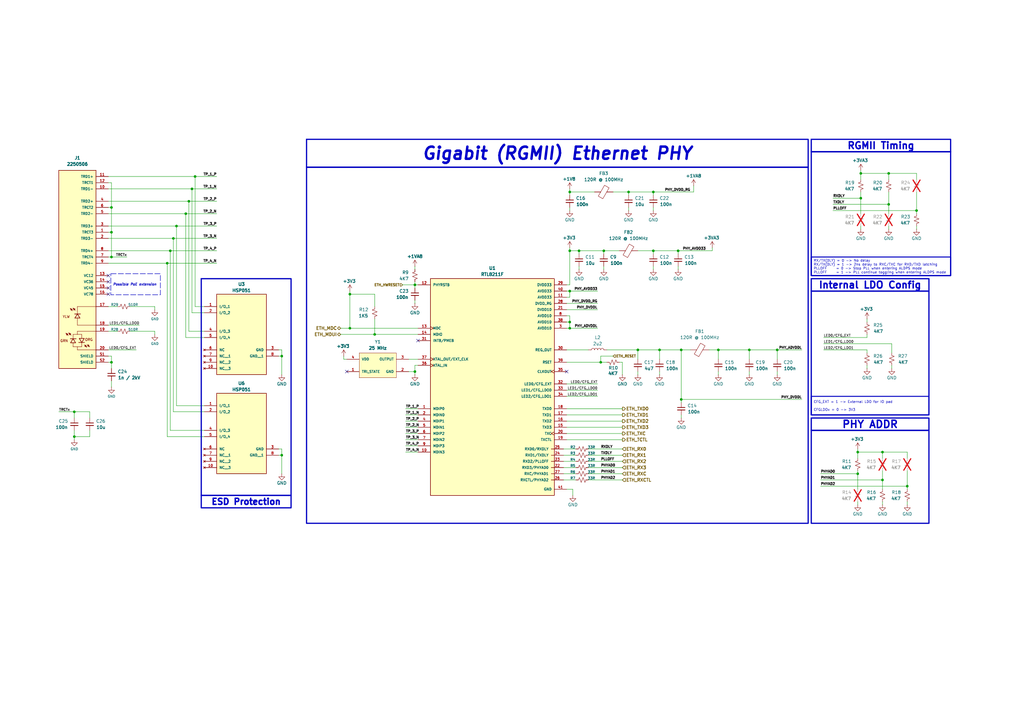
<source format=kicad_sch>
(kicad_sch (version 20231120) (generator "eeschema") (generator_version "8.0")
  (paper "A3")
  (title_block (title "Curiosity Board") (date "2025-01-01") (rev "v1.0") (comment 3 "Power over Ethernet (PoE)") (comment 4 "Gigabit Ethernet PHY") (comment 5 "PoE"))
  (junction (at 143.51 120.65))
  (junction (at 30.48 179.07))
  (junction (at 76.2 87.63))
  (junction (at 270.51 143.51))
  (junction (at 45.72 85.09))
  (junction (at 233.68 102.87))
  (junction (at 45.72 105.41))
  (junction (at 69.85 102.87))
  (junction (at 143.51 134.62))
  (junction (at 247.65 102.87))
  (junction (at 361.95 185.42))
  (junction (at 278.13 102.87))
  (junction (at 71.12 97.79))
  (junction (at 115.57 186.69))
  (junction (at 372.11 199.39))
  (junction (at 353.06 81.28))
  (junction (at 115.57 146.05))
  (junction (at 170.18 116.84))
  (junction (at 353.06 71.12))
  (junction (at 233.68 134.62))
  (junction (at 233.68 78.74))
  (junction (at 80.01 72.39))
  (junction (at 72.39 92.71))
  (junction (at 351.79 185.42))
  (junction (at 318.77 143.51))
  (junction (at 233.68 132.08))
  (junction (at 30.48 168.91))
  (junction (at 233.68 119.38))
  (junction (at 45.72 148.59))
  (junction (at 257.81 78.74))
  (junction (at 375.92 86.36))
  (junction (at 45.72 95.25))
  (junction (at 261.62 143.51))
  (junction (at 153.67 137.16))
  (junction (at 77.47 82.55))
  (junction (at 307.34 143.51))
  (junction (at 68.58 107.95))
  (junction (at 237.49 102.87))
  (junction (at 267.97 78.74))
  (junction (at 279.4 163.83))
  (junction (at 279.4 143.51))
  (junction (at 364.49 71.12))
  (junction (at 351.79 194.31))
  (junction (at 294.64 143.51))
  (junction (at 267.97 102.87))
  (junction (at 170.18 152.4))
  (junction (at 361.95 196.85))
  (junction (at 246.38 148.59))
  (junction (at 78.74 77.47))
  (junction (at 364.49 83.82))
  (no_connect (at 232.41 152.4))
  (no_connect (at 44.45 115.57))
  (no_connect (at 44.45 118.11))
  (no_connect (at 171.45 139.7))
  (no_connect (at 44.45 113.03))
  (no_connect (at 44.45 120.65))
  (no_connect (at 142.24 152.4))
  (wire (pts (xy 267.97 78.74) (xy 267.97 80.01)))
  (wire (pts (xy 279.4 163.83) (xy 279.4 165.1)))
  (wire (pts (xy 45.72 105.41) (xy 44.45 105.41)))
  (wire (pts (xy 267.97 109.22) (xy 267.97 110.49)))
  (wire (pts (xy 36.83 179.07) (xy 36.83 176.53)))
  (wire (pts (xy 294.64 143.51) (xy 294.64 147.32)))
  (wire (pts (xy 115.57 146.05) (xy 115.57 143.51)))
  (wire (pts (xy 44.45 92.71) (xy 72.39 92.71)))
  (wire (pts (xy 171.45 149.86) (xy 170.18 149.86)))
  (wire (pts (xy 318.77 143.51) (xy 318.77 147.32)))
  (wire (pts (xy 307.34 143.51) (xy 318.77 143.51)))
  (wire (pts (xy 372.11 193.04) (xy 372.11 199.39)))
  (wire (pts (xy 365.76 140.97) (xy 365.76 144.78)))
  (wire (pts (xy 36.83 168.91) (xy 30.48 168.91)))
  (wire (pts (xy 36.83 171.45) (xy 36.83 168.91)))
  (wire (pts (xy 246.38 148.59) (xy 248.92 148.59)))
  (wire (pts (xy 261.62 152.4) (xy 261.62 153.67)))
  (wire (pts (xy 236.22 194.31) (xy 231.14 194.31)))
  (wire (pts (xy 83.82 135.89) (xy 77.47 135.89)))
  (wire (pts (xy 232.41 162.56) (xy 245.11 162.56)))
  (wire (pts (xy 45.72 148.59) (xy 45.72 151.13)))
  (wire (pts (xy 53.34 135.89) (xy 63.5 135.89)))
  (wire (pts (xy 232.41 160.02) (xy 245.11 160.02)))
  (wire (pts (xy 290.83 143.51) (xy 294.64 143.51)))
  (wire (pts (xy 170.18 116.84) (xy 171.45 116.84)))
  (wire (pts (xy 255.27 148.59) (xy 254 148.59)))
  (wire (pts (xy 279.4 143.51) (xy 279.4 163.83)))
  (wire (pts (xy 232.41 132.08) (xy 233.68 132.08)))
  (wire (pts (xy 236.22 191.77) (xy 231.14 191.77)))
  (wire (pts (xy 372.11 199.39) (xy 336.55 199.39)))
  (wire (pts (xy 140.97 147.32) (xy 142.24 147.32)))
  (wire (pts (xy 140.97 146.05) (xy 140.97 147.32)))
  (wire (pts (xy 166.37 185.42) (xy 171.45 185.42)))
  (wire (pts (xy 170.18 109.22) (xy 170.18 110.49)))
  (wire (pts (xy 233.68 132.08) (xy 233.68 129.54)))
  (wire (pts (xy 72.39 166.37) (xy 72.39 92.71)))
  (wire (pts (xy 63.5 137.16) (xy 63.5 135.89)))
  (wire (pts (xy 234.95 200.66) (xy 232.41 200.66)))
  (wire (pts (xy 294.64 152.4) (xy 294.64 153.67)))
  (wire (pts (xy 44.45 133.35) (xy 57.15 133.35)))
  (wire (pts (xy 45.72 156.21) (xy 45.72 158.75)))
  (wire (pts (xy 270.51 152.4) (xy 270.51 153.67)))
  (wire (pts (xy 364.49 92.71) (xy 364.49 93.98)))
  (wire (pts (xy 364.49 71.12) (xy 353.06 71.12)))
  (wire (pts (xy 166.37 177.8) (xy 171.45 177.8)))
  (wire (pts (xy 372.11 205.74) (xy 372.11 207.01)))
  (wire (pts (xy 267.97 78.74) (xy 284.48 78.74)))
  (wire (pts (xy 247.65 102.87) (xy 254 102.87)))
  (wire (pts (xy 257.81 78.74) (xy 267.97 78.74)))
  (wire (pts (xy 292.1 101.6) (xy 292.1 102.87)))
  (wire (pts (xy 355.6 144.78) (xy 355.6 143.51)))
  (wire (pts (xy 245.11 127) (xy 232.41 127)))
  (wire (pts (xy 375.92 78.74) (xy 375.92 86.36)))
  (wire (pts (xy 170.18 123.19) (xy 170.18 124.46)))
  (wire (pts (xy 63.5 127) (xy 63.5 125.73)))
  (wire (pts (xy 372.11 185.42) (xy 372.11 187.96)))
  (wire (pts (xy 44.45 82.55) (xy 77.47 82.55)))
  (wire (pts (xy 30.48 168.91) (xy 24.13 168.91)))
  (wire (pts (xy 278.13 102.87) (xy 267.97 102.87)))
  (wire (pts (xy 44.45 135.89) (xy 48.26 135.89)))
  (wire (pts (xy 30.48 171.45) (xy 30.48 168.91)))
  (wire (pts (xy 351.79 185.42) (xy 351.79 187.96)))
  (wire (pts (xy 44.45 74.93) (xy 45.72 74.93)))
  (wire (pts (xy 170.18 152.4) (xy 170.18 153.67)))
  (wire (pts (xy 318.77 152.4) (xy 318.77 153.67)))
  (wire (pts (xy 115.57 184.15) (xy 114.3 184.15)))
  (wire (pts (xy 236.22 196.85) (xy 231.14 196.85)))
  (wire (pts (xy 44.45 125.73) (xy 48.26 125.73)))
  (wire (pts (xy 171.45 137.16) (xy 153.67 137.16)))
  (wire (pts (xy 267.97 102.87) (xy 261.62 102.87)))
  (wire (pts (xy 44.45 95.25) (xy 45.72 95.25)))
  (wire (pts (xy 355.6 149.86) (xy 355.6 151.13)))
  (wire (pts (xy 83.82 138.43) (xy 76.2 138.43)))
  (wire (pts (xy 233.68 85.09) (xy 233.68 86.36)))
  (wire (pts (xy 233.68 102.87) (xy 237.49 102.87)))
  (wire (pts (xy 237.49 102.87) (xy 247.65 102.87)))
  (wire (pts (xy 78.74 77.47) (xy 88.9 77.47)))
  (wire (pts (xy 251.46 78.74) (xy 257.81 78.74)))
  (wire (pts (xy 153.67 120.65) (xy 153.67 125.73)))
  (wire (pts (xy 232.41 157.48) (xy 245.11 157.48)))
  (wire (pts (xy 336.55 194.31) (xy 351.79 194.31)))
  (wire (pts (xy 170.18 115.57) (xy 170.18 116.84)))
  (wire (pts (xy 355.6 138.43) (xy 355.6 137.16)))
  (wire (pts (xy 83.82 125.73) (xy 80.01 125.73)))
  (wire (pts (xy 372.11 199.39) (xy 372.11 200.66)))
  (wire (pts (xy 115.57 143.51) (xy 114.3 143.51)))
  (wire (pts (xy 270.51 143.51) (xy 279.4 143.51)))
  (wire (pts (xy 114.3 146.05) (xy 115.57 146.05)))
  (wire (pts (xy 71.12 97.79) (xy 88.9 97.79)))
  (wire (pts (xy 76.2 138.43) (xy 76.2 87.63)))
  (wire (pts (xy 166.37 180.34) (xy 171.45 180.34)))
  (wire (pts (xy 71.12 168.91) (xy 71.12 97.79)))
  (wire (pts (xy 361.95 205.74) (xy 361.95 207.01)))
  (wire (pts (xy 232.41 119.38) (xy 233.68 119.38)))
  (wire (pts (xy 170.18 118.11) (xy 170.18 116.84)))
  (wire (pts (xy 80.01 72.39) (xy 88.9 72.39)))
  (wire (pts (xy 232.41 124.46) (xy 245.11 124.46)))
  (wire (pts (xy 44.45 87.63) (xy 76.2 87.63)))
  (wire (pts (xy 44.45 97.79) (xy 71.12 97.79)))
  (wire (pts (xy 255.27 186.69) (xy 241.3 186.69)))
  (wire (pts (xy 255.27 184.15) (xy 241.3 184.15)))
  (wire (pts (xy 167.64 147.32) (xy 171.45 147.32)))
  (wire (pts (xy 255.27 175.26) (xy 232.41 175.26)))
  (wire (pts (xy 361.95 196.85) (xy 361.95 200.66)))
  (wire (pts (xy 233.68 134.62) (xy 245.11 134.62)))
  (wire (pts (xy 246.38 146.05) (xy 251.46 146.05)))
  (wire (pts (xy 115.57 186.69) (xy 115.57 184.15)))
  (wire (pts (xy 232.41 148.59) (xy 246.38 148.59)))
  (wire (pts (xy 153.67 137.16) (xy 153.67 130.81)))
  (wire (pts (xy 83.82 166.37) (xy 72.39 166.37)))
  (wire (pts (xy 69.85 176.53) (xy 69.85 102.87)))
  (wire (pts (xy 255.27 189.23) (xy 241.3 189.23)))
  (wire (pts (xy 353.06 92.71) (xy 353.06 93.98)))
  (wire (pts (xy 165.1 116.84) (xy 170.18 116.84)))
  (wire (pts (xy 30.48 176.53) (xy 30.48 179.07)))
  (wire (pts (xy 351.79 184.15) (xy 351.79 185.42)))
  (wire (pts (xy 284.48 78.74) (xy 284.48 76.2)))
  (wire (pts (xy 375.92 87.63) (xy 375.92 86.36)))
  (wire (pts (xy 353.06 78.74) (xy 353.06 81.28)))
  (wire (pts (xy 255.27 177.8) (xy 232.41 177.8)))
  (wire (pts (xy 237.49 109.22) (xy 237.49 110.49)))
  (wire (pts (xy 278.13 109.22) (xy 278.13 110.49)))
  (wire (pts (xy 115.57 194.31) (xy 115.57 186.69)))
  (wire (pts (xy 232.41 143.51) (xy 241.3 143.51)))
  (wire (pts (xy 233.68 116.84) (xy 232.41 116.84)))
  (wire (pts (xy 233.68 134.62) (xy 233.68 132.08)))
  (wire (pts (xy 143.51 120.65) (xy 143.51 134.62)))
  (wire (pts (xy 279.4 170.18) (xy 279.4 171.45)))
  (wire (pts (xy 143.51 120.65) (xy 153.67 120.65)))
  (wire (pts (xy 353.06 81.28) (xy 341.63 81.28)))
  (wire (pts (xy 267.97 85.09) (xy 267.97 86.36)))
  (wire (pts (xy 143.51 134.62) (xy 171.45 134.62)))
  (wire (pts (xy 351.79 193.04) (xy 351.79 194.31)))
  (wire (pts (xy 72.39 92.71) (xy 88.9 92.71)))
  (wire (pts (xy 45.72 85.09) (xy 45.72 95.25)))
  (wire (pts (xy 257.81 78.74) (xy 257.81 80.01)))
  (wire (pts (xy 77.47 135.89) (xy 77.47 82.55)))
  (wire (pts (xy 355.6 130.81) (xy 355.6 132.08)))
  (wire (pts (xy 261.62 143.51) (xy 261.62 147.32)))
  (wire (pts (xy 351.79 185.42) (xy 361.95 185.42)))
  (wire (pts (xy 246.38 146.05) (xy 246.38 148.59)))
  (wire (pts (xy 83.82 128.27) (xy 78.74 128.27)))
  (wire (pts (xy 166.37 175.26) (xy 171.45 175.26)))
  (wire (pts (xy 337.82 138.43) (xy 355.6 138.43)))
  (wire (pts (xy 30.48 179.07) (xy 30.48 180.34)))
  (wire (pts (xy 307.34 147.32) (xy 307.34 143.51)))
  (wire (pts (xy 83.82 168.91) (xy 71.12 168.91)))
  (wire (pts (xy 337.82 140.97) (xy 365.76 140.97)))
  (wire (pts (xy 78.74 128.27) (xy 78.74 77.47)))
  (wire (pts (xy 279.4 163.83) (xy 328.93 163.83)))
  (wire (pts (xy 372.11 185.42) (xy 361.95 185.42)))
  (wire (pts (xy 68.58 107.95) (xy 88.9 107.95)))
  (wire (pts (xy 255.27 180.34) (xy 232.41 180.34)))
  (wire (pts (xy 247.65 109.22) (xy 247.65 110.49)))
  (wire (pts (xy 248.92 143.51) (xy 261.62 143.51)))
  (wire (pts (xy 270.51 147.32) (xy 270.51 143.51)))
  (wire (pts (xy 167.64 152.4) (xy 170.18 152.4)))
  (wire (pts (xy 68.58 179.07) (xy 68.58 107.95)))
  (wire (pts (xy 45.72 105.41) (xy 52.07 105.41)))
  (wire (pts (xy 361.95 193.04) (xy 361.95 196.85)))
  (wire (pts (xy 80.01 125.73) (xy 80.01 72.39)))
  (wire (pts (xy 351.79 205.74) (xy 351.79 207.01)))
  (wire (pts (xy 255.27 148.59) (xy 255.27 153.67)))
  (wire (pts (xy 232.41 121.92) (xy 233.68 121.92)))
  (wire (pts (xy 143.51 119.38) (xy 143.51 120.65)))
  (wire (pts (xy 233.68 78.74) (xy 233.68 80.01)))
  (wire (pts (xy 166.37 182.88) (xy 171.45 182.88)))
  (wire (pts (xy 375.92 71.12) (xy 364.49 71.12)))
  (wire (pts (xy 83.82 179.07) (xy 68.58 179.07)))
  (wire (pts (xy 257.81 85.09) (xy 257.81 86.36)))
  (wire (pts (xy 30.48 179.07) (xy 36.83 179.07)))
  (wire (pts (xy 307.34 152.4) (xy 307.34 153.67)))
  (wire (pts (xy 267.97 102.87) (xy 267.97 104.14)))
  (wire (pts (xy 353.06 81.28) (xy 353.06 87.63)))
  (wire (pts (xy 232.41 129.54) (xy 233.68 129.54)))
  (wire (pts (xy 261.62 143.51) (xy 270.51 143.51)))
  (wire (pts (xy 44.45 107.95) (xy 68.58 107.95)))
  (wire (pts (xy 294.64 143.51) (xy 307.34 143.51)))
  (wire (pts (xy 45.72 95.25) (xy 45.72 105.41)))
  (wire (pts (xy 255.27 170.18) (xy 232.41 170.18)))
  (wire (pts (xy 234.95 203.2) (xy 234.95 200.66)))
  (wire (pts (xy 44.45 77.47) (xy 78.74 77.47)))
  (wire (pts (xy 279.4 143.51) (xy 283.21 143.51)))
  (wire (pts (xy 255.27 194.31) (xy 241.3 194.31)))
  (wire (pts (xy 351.79 194.31) (xy 351.79 200.66)))
  (wire (pts (xy 77.47 82.55) (xy 88.9 82.55)))
  (wire (pts (xy 233.68 121.92) (xy 233.68 119.38)))
  (wire (pts (xy 336.55 196.85) (xy 361.95 196.85)))
  (wire (pts (xy 45.72 146.05) (xy 44.45 146.05)))
  (wire (pts (xy 236.22 184.15) (xy 231.14 184.15)))
  (wire (pts (xy 375.92 73.66) (xy 375.92 71.12)))
  (wire (pts (xy 44.45 102.87) (xy 69.85 102.87)))
  (wire (pts (xy 166.37 172.72) (xy 171.45 172.72)))
  (wire (pts (xy 139.7 134.62) (xy 143.51 134.62)))
  (wire (pts (xy 114.3 186.69) (xy 115.57 186.69)))
  (wire (pts (xy 278.13 104.14) (xy 278.13 102.87)))
  (wire (pts (xy 115.57 153.67) (xy 115.57 146.05)))
  (wire (pts (xy 375.92 92.71) (xy 375.92 93.98)))
  (wire (pts (xy 233.68 102.87) (xy 233.68 101.6)))
  (wire (pts (xy 278.13 102.87) (xy 292.1 102.87)))
  (wire (pts (xy 353.06 69.85) (xy 353.06 71.12)))
  (wire (pts (xy 233.68 78.74) (xy 233.68 77.47)))
  (wire (pts (xy 355.6 143.51) (xy 337.82 143.51)))
  (wire (pts (xy 45.72 148.59) (xy 44.45 148.59)))
  (wire (pts (xy 247.65 104.14) (xy 247.65 102.87)))
  (wire (pts (xy 139.7 137.16) (xy 153.67 137.16)))
  (wire (pts (xy 375.92 86.36) (xy 341.63 86.36)))
  (wire (pts (xy 236.22 189.23) (xy 231.14 189.23)))
  (wire (pts (xy 237.49 104.14) (xy 237.49 102.87)))
  (wire (pts (xy 233.68 116.84) (xy 233.68 102.87)))
  (wire (pts (xy 44.45 85.09) (xy 45.72 85.09)))
  (wire (pts (xy 76.2 87.63) (xy 88.9 87.63)))
  (wire (pts (xy 364.49 78.74) (xy 364.49 83.82)))
  (wire (pts (xy 255.27 167.64) (xy 232.41 167.64)))
  (wire (pts (xy 255.27 196.85) (xy 241.3 196.85)))
  (wire (pts (xy 243.84 78.74) (xy 233.68 78.74)))
  (wire (pts (xy 318.77 143.51) (xy 328.93 143.51)))
  (wire (pts (xy 170.18 149.86) (xy 170.18 152.4)))
  (wire (pts (xy 55.88 143.51) (xy 44.45 143.51)))
  (wire (pts (xy 232.41 134.62) (xy 233.68 134.62)))
  (wire (pts (xy 83.82 176.53) (xy 69.85 176.53)))
  (wire (pts (xy 69.85 102.87) (xy 88.9 102.87)))
  (wire (pts (xy 364.49 83.82) (xy 341.63 83.82)))
  (wire (pts (xy 353.06 71.12) (xy 353.06 73.66)))
  (wire (pts (xy 236.22 186.69) (xy 231.14 186.69)))
  (wire (pts (xy 364.49 73.66) (xy 364.49 71.12)))
  (wire (pts (xy 45.72 74.93) (xy 45.72 85.09)))
  (wire (pts (xy 233.68 119.38) (xy 245.11 119.38)))
  (wire (pts (xy 365.76 149.86) (xy 365.76 151.13)))
  (wire (pts (xy 63.5 125.73) (xy 53.34 125.73)))
  (wire (pts (xy 361.95 185.42) (xy 361.95 187.96)))
  (wire (pts (xy 255.27 191.77) (xy 241.3 191.77)))
  (wire (pts (xy 45.72 146.05) (xy 45.72 148.59)))
  (wire (pts (xy 166.37 167.64) (xy 171.45 167.64)))
  (wire (pts (xy 255.27 172.72) (xy 232.41 172.72)))
  (wire (pts (xy 44.45 72.39) (xy 80.01 72.39)))
  (wire (pts (xy 166.37 170.18) (xy 171.45 170.18)))
  (wire (pts (xy 364.49 83.82) (xy 364.49 87.63)))
  (rectangle (start 332.74 176.53) (end 381 214.63) (stroke (width 0.5)))
  (rectangle (start 125.73 68.58) (end 331.47 214.63) (stroke (width 0.5)))
  (rectangle (start 332.74 119.38) (end 381 170.18) (stroke (width 0.5)))
  (rectangle (start 82.55 114.3) (end 119.38 203.2) (stroke (width 0.5)))
  (rectangle (start 332.74 62.23) (end 389.89 113.03) (stroke (width 0.5)))
  (text_box "RGMII Timing" (at 332.74 57.15 0) (size 57.15 5.08) (stroke (width 0.5)) (effects (font (size 2.8 2.8) (thickness 0.6) (bold yes))))
  (text_box "CFG_EXT = 1 -> External LDO for IO pad\n\nCFGLDOx = 0 -> 3V3" (at 332.74 162.56 0) (size 48.26 7.62) (stroke (width 0.4)) (effects (font (size 1 1) (thickness 0.125)) (justify left)))
  (text_box "Possible PoE extension" (at 45.466 112.268 0) (size 20.32 8.636) (stroke (width 0.2) (type dash)) (effects (font (size 1 1) (thickness 0.2) (bold yes) (italic yes)) (justify left)))
  (text_box "PHY ADDR" (at 332.74 171.45 0) (size 48.26 5.08) (stroke (width 0.5)) (effects (font (size 3 3) (thickness 0.6) (bold yes))))
  (text_box "ESD Protection" (at 82.55 203.2 0) (size 36.83 5.08) (stroke (width 0.5)) (effects (font (size 2.5 2.5) (thickness 0.6) (bold yes))))
  (text_box "Gigabit (RGMII) Ethernet PHY" (at 125.73 57.15 0) (size 205.74 11.43) (stroke (width 0.5)) (effects (font (size 5 5) (thickness 1) (bold yes) (italic yes))))
  (text_box "Internal LDO Config" (at 332.74 114.3 0) (size 48.26 5.08) (stroke (width 0.5)) (effects (font (size 2.8 2.8) (thickness 0.6) (bold yes))))
  (text_box "RX/TX(DLY) = 0 -> No delay\nRX/TX(DLY) = 1 -> 2ns delay to RXC/TXC for RXD/TXD latching\nPLLOFF     = 0 -> Stop PLL when entering ALDPS mode\nPLLOFF     = 1 -> PLL continue toggling when entering ALDPS mode" (at 332.74 105.41 0) (size 57.15 7.62) (stroke (width 0.4)) (effects (font (size 1 1) (thickness 0.125)) (justify left)))
  (label "PLLOFF" (at 341.63 86.36 0) (effects (font (size 1 1) (thickness 0.254) (bold yes))))
  (label "PHY_ADVDDL" (at 245.11 134.62 180) (effects (font (size 1 1) (thickness 0.254) (bold yes))))
  (label "PHY_DVDDL" (at 328.93 163.83 180) (effects (font (size 1 1) (thickness 0.254) (bold yes))))
  (label "TXDLY" (at 341.63 83.82 0) (effects (font (size 1 1) (thickness 0.254) (bold yes))))
  (label "PHY_AVDD33" (at 289.56 102.87 180) (effects (font (size 1 1) (thickness 0.254) (bold yes))))
  (label "LED1{slash}CFG_LDO0" (at 337.82 140.97 0) (effects (font (size 1 1))))
  (label "PLLOFF" (at 246.38 189.23 0) (effects (font (size 1 1) (thickness 0.254) (bold yes))))
  (label "TP_4_N" (at 88.9 107.95 180) (effects (font (size 1 1) (thickness 0.254) (bold yes))))
  (label "TP_3_P" (at 88.9 92.71 180) (effects (font (size 1 1) (thickness 0.254) (bold yes))))
  (label "TP_3_N" (at 166.37 180.34 0) (effects (font (size 1 1) (thickness 0.254) (bold yes))))
  (label "PHY_ADVDDL" (at 328.93 143.51 180) (effects (font (size 1 1) (thickness 0.254) (bold yes))))
  (label "TP_1_P" (at 88.9 72.39 180) (effects (font (size 1 1) (thickness 0.254) (bold yes))))
  (label "TP_3_P" (at 166.37 177.8 0) (effects (font (size 1 1) (thickness 0.254) (bold yes))))
  (label "PHYAD1" (at 336.55 196.85 0) (effects (font (size 1 1) (thickness 0.254) (bold yes))))
  (label "TP_4_P" (at 166.37 182.88 0) (effects (font (size 1 1) (thickness 0.254) (bold yes))))
  (label "LED1{slash}CFG_LDO0" (at 245.11 160.02 180) (effects (font (size 1 1))))
  (label "TP_1_N" (at 166.37 170.18 0) (effects (font (size 1 1) (thickness 0.254) (bold yes))))
  (label "PHYAD0" (at 246.38 191.77 0) (effects (font (size 1 1) (thickness 0.254) (bold yes))))
  (label "TP_1_P" (at 166.37 167.64 0) (effects (font (size 1 1) (thickness 0.254) (bold yes))))
  (label "PHY_DVDD_RG" (at 283.21 78.74 180) (effects (font (size 1 1) (thickness 0.254) (bold yes))))
  (label "RXDLY" (at 341.63 81.28 0) (effects (font (size 1 1) (thickness 0.254) (bold yes))))
  (label "TP_1_N" (at 88.9 77.47 180) (effects (font (size 1 1) (thickness 0.254) (bold yes))))
  (label "TP_2_N" (at 88.9 87.63 180) (effects (font (size 1 1) (thickness 0.254) (bold yes))))
  (label "TRCTx" (at 52.07 105.41 180) (effects (font (size 1 1) (thickness 0.2) (bold yes))))
  (label "LED0{slash}CFG_EXT" (at 245.11 157.48 180) (effects (font (size 1 1))))
  (label "LED0{slash}CFG_EXT" (at 337.82 138.43 0) (effects (font (size 1 1))))
  (label "PHYAD2" (at 246.38 196.85 0) (effects (font (size 1 1) (thickness 0.254) (bold yes))))
  (label "TP_4_N" (at 166.37 185.42 0) (effects (font (size 1 1) (thickness 0.254) (bold yes))))
  (label "TP_3_N" (at 88.9 97.79 180) (effects (font (size 1 1) (thickness 0.254) (bold yes))))
  (label "LED0{slash}CFG_EXT" (at 55.88 143.51 180) (effects (font (size 1 1))))
  (label "TP_4_P" (at 88.9 102.87 180) (effects (font (size 1 1) (thickness 0.254) (bold yes))))
  (label "TP_2_P" (at 166.37 172.72 0) (effects (font (size 1 1) (thickness 0.254) (bold yes))))
  (label "PHYAD1" (at 246.38 194.31 0) (effects (font (size 1 1) (thickness 0.254) (bold yes))))
  (label "PHYAD0" (at 336.55 194.31 0) (effects (font (size 1 1) (thickness 0.254) (bold yes))))
  (label "PHY_AVDD33" (at 245.11 119.38 180) (effects (font (size 1 1) (thickness 0.254) (bold yes))))
  (label "PHYAD2" (at 336.55 199.39 0) (effects (font (size 1 1) (thickness 0.254) (bold yes))))
  (label "PHY_DVDDL" (at 245.11 127 180) (effects (font (size 1 1) (thickness 0.254) (bold yes))))
  (label "LED2{slash}CFG_LDO1" (at 337.82 143.51 0) (effects (font (size 1 1))))
  (label "LED2{slash}CFG_LDO1" (at 245.11 162.56 180) (effects (font (size 1 1))))
  (label "TP_2_N" (at 166.37 175.26 0) (effects (font (size 1 1) (thickness 0.254) (bold yes))))
  (label "RXDLY" (at 246.38 184.15 0) (effects (font (size 1 1) (thickness 0.254) (bold yes))))
  (label "TXDLY" (at 246.38 186.69 0) (effects (font (size 1 1) (thickness 0.254) (bold yes))))
  (label "TRCTx" (at 24.13 168.91 0) (effects (font (size 1 1) (thickness 0.2) (bold yes))))
  (label "TP_2_P" (at 88.9 82.55 180) (effects (font (size 1 1) (thickness 0.254) (bold yes))))
  (label "LED1{slash}CFG_LDO0" (at 57.15 133.35 180) (effects (font (size 1 1))))
  (label "PHY_DVDD_RG" (at 245.11 124.46 180) (effects (font (size 1 1) (thickness 0.254) (bold yes))))
  (hierarchical_label "ETH_RX3" (shape input) (at 255.27 191.77 0) (effects (font (thickness 0.254) (bold yes))))
  (hierarchical_label "ETH_TCTL" (shape output) (at 255.27 180.34 0) (effects (font (thickness 0.254) (bold yes))))
  (hierarchical_label "ETH_MDUI" (shape bidirectional) (at 139.7 137.16 180) (effects (font (thickness 0.254) (bold yes))))
  (hierarchical_label "ETH_RX1" (shape input) (at 255.27 186.69 0) (effects (font (thickness 0.254) (bold yes))))
  (hierarchical_label "ETH_TXD0" (shape output) (at 255.27 167.64 0) (effects (font (thickness 0.254) (bold yes))))
  (hierarchical_label "ETH_RESET" (shape input) (at 251.46 146.05 0) (effects (font (size 1 1) (thickness 0.254) (bold yes))))
  (hierarchical_label "ETH_TXD3" (shape output) (at 255.27 175.26 0) (effects (font (thickness 0.254) (bold yes))))
  (hierarchical_label "ETH_TXD1" (shape output) (at 255.27 170.18 0) (effects (font (thickness 0.254) (bold yes))))
  (hierarchical_label "ETH_RXC" (shape input) (at 255.27 194.31 0) (effects (font (thickness 0.254) (bold yes))))
  (hierarchical_label "ETH_RXCTL" (shape input) (at 255.27 196.85 0) (effects (font (thickness 0.254) (bold yes))))
  (hierarchical_label "ETH_RX0" (shape input) (at 255.27 184.15 0) (effects (font (thickness 0.254) (bold yes))))
  (hierarchical_label "ETH_MDC" (shape bidirectional) (at 139.7 134.62 180) (effects (font (thickness 0.254) (bold yes))))
  (hierarchical_label "ETH_RX2" (shape input) (at 255.27 189.23 0) (effects (font (thickness 0.254) (bold yes))))
  (hierarchical_label "ETH_TXC" (shape output) (at 255.27 177.8 0) (effects (font (thickness 0.254) (bold yes))))
  (hierarchical_label "ETH_HWRESET" (shape input) (at 165.1 116.84 180) (effects (font (size 1 1) (thickness 0.254) (bold yes))))
  (hierarchical_label "ETH_TXD2" (shape output) (at 255.27 172.72 0) (effects (font (thickness 0.254) (bold yes))))
  (symbol (lib_id "Device:R_Small_US") (at 375.92 76.2 0) (mirror y) (unit 1) (in_bom no) (dnp yes)
    (property "Reference" "R24" (at 373.38 74.9299 0) (effects (justify left)))
    (property "Value" "4K7" (at 373.38 77.4699 0) (effects (font (thickness 0.254) (bold yes)) (justify left)))
    (property "Footprint" "Resistor_SMD:R_0201_0603Metric" (effects (hide yes)))
    (property "Datasheet" "https://www.yageo.com/upload/media/product/products/datasheet/rchip/PYu-RC_Group_51_RoHS_L_12.pdf" (effects (hide yes)))
    (property "Description" "4.7 kOhms ±1% 0.05W, 1/20W Chip Resistor 0201 (0603 Metric) Moisture Resistant Thick Film" (effects (hide yes)))
    (property "Digikey stock" "2,144,660 - 30/12/2024" (effects (hide yes)))
    (property "MPN" "RC0201FR-074K7L" (effects (hide yes)))
  )
  (symbol (lib_id "Device:R_Small_US") (at 355.6 134.62 0) (unit 1)
    (property "Reference" "R25" (at 358.14 133.3499 0) (effects (justify left)))
    (property "Value" "4K7" (at 358.14 135.8899 0) (effects (font (thickness 0.254) (bold yes)) (justify left)))
    (property "Footprint" "Resistor_SMD:R_0201_0603Metric" (effects (hide yes)))
    (property "Datasheet" "https://www.yageo.com/upload/media/product/products/datasheet/rchip/PYu-RC_Group_51_RoHS_L_12.pdf" (effects (hide yes)))
    (property "Description" "4.7 kOhms ±1% 0.05W, 1/20W Chip Resistor 0201 (0603 Metric) Moisture Resistant Thick Film" (effects (hide yes)))
    (property "Digikey stock" "2,144,660 - 30/12/2024" (effects (hide yes)))
    (property "MPN" "RC0201FR-074K7L" (effects (hide yes)))
  )
  (symbol (lib_id "power:GND") (at 307.34 153.67 0) (unit 1)
    (property "Reference" "#PWR016" (effects (hide yes)))
    (property "Value" "GND" (at 307.34 157.48 0))
    (property "Description" "Power symbol creates a global label with name \"GND\" , ground" (effects (hide yes)))
  )
  (symbol (lib_id "power:+3V3") (at 140.97 146.05 0) (unit 1)
    (property "Reference" "#PWR022" (effects (hide yes)))
    (property "Value" "+3V3" (at 140.716 141.986 0) (effects (font (thickness 0.254) (bold yes))))
    (property "Description" "Power symbol creates a global label with name \"+3V3\"" (effects (hide yes)))
  )
  (symbol (lib_id "Device:R_Small_US") (at 372.11 203.2 0) (mirror y) (unit 1)
    (property "Reference" "R18" (at 369.57 201.9299 0) (effects (justify left)))
    (property "Value" "4K7" (at 369.57 204.4699 0) (effects (font (thickness 0.254) (bold yes)) (justify left)))
    (property "Footprint" "Resistor_SMD:R_0201_0603Metric" (effects (hide yes)))
    (property "Datasheet" "https://www.yageo.com/upload/media/product/products/datasheet/rchip/PYu-RC_Group_51_RoHS_L_12.pdf" (effects (hide yes)))
    (property "Description" "4.7 kOhms ±1% 0.05W, 1/20W Chip Resistor 0201 (0603 Metric) Moisture Resistant Thick Film" (effects (hide yes)))
    (property "Digikey stock" "2,144,660 - 30/12/2024" (effects (hide yes)))
    (property "MPN" "RC0201FR-074K7L" (effects (hide yes)))
  )
  (symbol (lib_id "power:GND") (at 353.06 93.98 0) (unit 1)
    (property "Reference" "#PWR034" (effects (hide yes)))
    (property "Value" "GND" (at 353.06 97.79 0))
    (property "Description" "Power symbol creates a global label with name \"GND\" , ground" (effects (hide yes)))
  )
  (symbol (lib_id "Device:R_Small_US") (at 361.95 190.5 0) (mirror y) (unit 1) (in_bom no) (dnp yes)
    (property "Reference" "R15" (at 359.41 189.2299 0) (effects (justify left)))
    (property "Value" "4K7" (at 359.41 191.7699 0) (effects (font (thickness 0.254) (bold yes)) (justify left)))
    (property "Footprint" "Resistor_SMD:R_0201_0603Metric" (effects (hide yes)))
    (property "Datasheet" "https://www.yageo.com/upload/media/product/products/datasheet/rchip/PYu-RC_Group_51_RoHS_L_12.pdf" (effects (hide yes)))
    (property "Description" "4.7 kOhms ±1% 0.05W, 1/20W Chip Resistor 0201 (0603 Metric) Moisture Resistant Thick Film" (effects (hide yes)))
    (property "Digikey stock" "2,144,660 - 30/12/2024" (effects (hide yes)))
    (property "MPN" "RC0201FR-074K7L" (effects (hide yes)))
  )
  (symbol (lib_id "Device:C_Small") (at 237.49 106.68 0) (unit 1)
    (property "Reference" "C11" (at 240.03 105.4162 0) (effects (justify left)))
    (property "Value" "10u" (at 240.03 107.9562 0) (effects (font (thickness 0.254) (bold yes)) (justify left)))
    (property "Footprint" "Capacitor_SMD:C_0603_1608Metric" (effects (hide yes)))
    (property "Datasheet" "https://mm.digikey.com/Volume0/opasdata/d220001/medias/docus/609/CL10A106MQ8NNNC_Spec.pdf" (effects (hide yes)))
    (property "Description" "10 µF ±20% 6.3V Ceramic Capacitor X5R 0603 (1608 Metric)" (effects (hide yes)))
    (property "Digikey stock" "997,067 - 29/12/2024" (effects (hide yes)))
    (property "MPN" "CL10A106MQ8NNNC" (effects (hide yes)))
  )
  (symbol (lib_id "Device:C_Small") (at 318.77 149.86 0) (unit 1)
    (property "Reference" "C20" (at 321.31 148.5962 0) (effects (justify left)))
    (property "Value" "100n" (at 321.31 151.1362 0) (effects (font (thickness 0.254) (bold yes)) (justify left)))
    (property "Footprint" "Capacitor_SMD:C_0201_0603Metric" (effects (hide yes)))
    (property "Datasheet" "https://mm.digikey.com/Volume0/opasdata/d220001/medias/docus/41/CL03A104KQ3NNNC_SS.pdf" (effects (hide yes)))
    (property "Description" "0.1 µF ±10% 6.3V Ceramic Capacitor X5R 0201 (0603 Metric)" (effects (hide yes)))
    (property "Digikey stock" "12,879,676 - 29/12/2024" (effects (hide yes)))
    (property "MPN" "CL03A104KQ3NNNC" (effects (hide yes)))
  )
  (symbol (lib_id "power:GND") (at 278.13 110.49 0) (unit 1)
    (property "Reference" "#PWR08" (effects (hide yes)))
    (property "Value" "GND" (at 278.13 114.3 0))
    (property "Description" "Power symbol creates a global label with name \"GND\" , ground" (effects (hide yes)))
  )
  (symbol (lib_id "Device:R_Small_US") (at 375.92 90.17 0) (mirror y) (unit 1)
    (property "Reference" "R23" (at 373.38 88.8999 0) (effects (justify left)))
    (property "Value" "4K7" (at 373.38 91.4399 0) (effects (font (thickness 0.254) (bold yes)) (justify left)))
    (property "Footprint" "Resistor_SMD:R_0201_0603Metric" (effects (hide yes)))
    (property "Datasheet" "https://www.yageo.com/upload/media/product/products/datasheet/rchip/PYu-RC_Group_51_RoHS_L_12.pdf" (effects (hide yes)))
    (property "Description" "4.7 kOhms ±1% 0.05W, 1/20W Chip Resistor 0201 (0603 Metric) Moisture Resistant Thick Film" (effects (hide yes)))
    (property "Digikey stock" "2,144,660 - 30/12/2024" (effects (hide yes)))
    (property "MPN" "RC0201FR-074K7L" (effects (hide yes)))
  )
  (symbol (lib_id "power:GND") (at 170.18 153.67 0) (unit 1)
    (property "Reference" "#PWR021" (effects (hide yes)))
    (property "Value" "GND" (at 170.18 157.48 0))
    (property "Description" "Power symbol creates a global label with name \"GND\" , ground" (effects (hide yes)))
  )
  (symbol (lib_id "Device:R_Small_US") (at 365.76 147.32 0) (unit 1)
    (property "Reference" "R27" (at 368.3 146.0499 0) (effects (justify left)))
    (property "Value" "4K7" (at 368.3 148.5899 0) (effects (font (thickness 0.254) (bold yes)) (justify left)))
    (property "Footprint" "Resistor_SMD:R_0201_0603Metric" (effects (hide yes)))
    (property "Datasheet" "https://www.yageo.com/upload/media/product/products/datasheet/rchip/PYu-RC_Group_51_RoHS_L_12.pdf" (effects (hide yes)))
    (property "Description" "4.7 kOhms ±1% 0.05W, 1/20W Chip Resistor 0201 (0603 Metric) Moisture Resistant Thick Film" (effects (hide yes)))
    (property "Digikey stock" "2,144,660 - 30/12/2024" (effects (hide yes)))
    (property "MPN" "RC0201FR-074K7L" (effects (hide yes)))
  )
  (symbol (lib_id "power:+3V3") (at 351.79 184.15 0) (unit 1)
    (property "Reference" "#PWR028" (effects (hide yes)))
    (property "Value" "+3V3" (at 351.536 180.086 0) (effects (font (thickness 0.254) (bold yes))))
    (property "Description" "Power symbol creates a global label with name \"+3V3\"" (effects (hide yes)))
  )
  (symbol (lib_id "Device:C_Small") (at 170.18 120.65 0) (mirror y) (unit 1)
    (property "Reference" "C23" (at 167.64 119.3862 0) (effects (justify left)))
    (property "Value" "100n" (at 167.64 121.9262 0) (effects (font (thickness 0.254) (bold yes)) (justify left)))
    (property "Footprint" "Capacitor_SMD:C_0201_0603Metric" (effects (hide yes)))
    (property "Datasheet" "https://mm.digikey.com/Volume0/opasdata/d220001/medias/docus/41/CL03A104KQ3NNNC_SS.pdf" (effects (hide yes)))
    (property "Description" "0.1 µF ±10% 6.3V Ceramic Capacitor X5R 0201 (0603 Metric)" (effects (hide yes)))
    (property "Digikey stock" "12,879,676 - 29/12/2024" (effects (hide yes)))
    (property "MPN" "CL03A104KQ3NNNC" (effects (hide yes)))
  )
  (symbol (lib_id "Device:C_Small") (at 278.13 106.68 0) (unit 1)
    (property "Reference" "C13" (at 280.67 105.4162 0) (effects (justify left)))
    (property "Value" "100n" (at 280.67 107.9562 0) (effects (font (thickness 0.254) (bold yes)) (justify left)))
    (property "Footprint" "Capacitor_SMD:C_0201_0603Metric" (effects (hide yes)))
    (property "Datasheet" "https://mm.digikey.com/Volume0/opasdata/d220001/medias/docus/41/CL03A104KQ3NNNC_SS.pdf" (effects (hide yes)))
    (property "Description" "0.1 µF ±10% 6.3V Ceramic Capacitor X5R 0201 (0603 Metric)" (effects (hide yes)))
    (property "Digikey stock" "12,879,676 - 29/12/2024" (effects (hide yes)))
    (property "MPN" "CL03A104KQ3NNNC" (effects (hide yes)))
  )
  (symbol (lib_id "Device:C_Small") (at 45.72 153.67 0) (unit 1)
    (property "Reference" "C24" (at 48.26 152.4062 0) (effects (justify left)))
    (property "Value" "1n / 2kV" (at 48.26 154.9462 0) (effects (font (thickness 0.254) (bold yes)) (justify left)))
    (property "Footprint" "Capacitor_SMD:C_1206_3216Metric" (effects (hide yes)))
    (property "Datasheet" "https://search.kemet.com/download/datasheet/C1206C102KGRAC7800" (effects (hide yes)))
    (property "Description" "1000 pF ±10% 2000V (2kV) Ceramic Capacitor X7R 1206 (3216 Metric)" (effects (hide yes)))
    (property "Digikey stock" "601,446 - 30/12/2024" (effects (hide yes)))
    (property "MPN" "C1206C102KGRACTU" (effects (hide yes)))
  )
  (symbol (lib_id "power:+3.3VA") (at 284.48 76.2 0) (unit 1)
    (property "Reference" "#PWR023" (effects (hide yes)))
    (property "Value" "+1VA8" (at 284.48 72.136 0) (effects (font (thickness 0.254) (bold yes))))
    (property "Description" "Power symbol creates a global label with name \"+3.3VA\"" (effects (hide yes)))
  )
  (symbol (lib_id "Device:R_Small_US") (at 238.76 194.31 90) (unit 1)
    (property "Reference" "R6" (at 234.95 193.548 90) (effects (font (size 1 1))))
    (property "Value" "33R" (at 242.57 193.548 90) (effects (font (size 1 1))))
    (property "Footprint" "Resistor_SMD:R_0201_0603Metric" (effects (hide yes)))
    (property "Datasheet" "https://www.yageo.com/upload/media/product/products/datasheet/rchip/PYu-RC_Group_51_RoHS_L_12.pdf" (effects (hide yes)))
    (property "Description" "33 Ohms ±1% 0.05W, 1/20W Chip Resistor 0201 (0603 Metric) Moisture Resistant Thick Film" (effects (hide yes)))
    (property "Digikey stock" "1,264,796 - 30/12/2024" (effects (hide yes)))
    (property "MPN" "RC0201FR-0733RL" (effects (hide yes)))
  )
  (symbol (lib_id "Device:R_Small_US") (at 153.67 128.27 0) (mirror y) (unit 1)
    (property "Reference" "R12" (at 151.13 126.9999 0) (effects (justify left)))
    (property "Value" "1K5" (at 151.13 129.5399 0) (effects (font (thickness 0.254) (bold yes)) (justify left)))
    (property "Footprint" "Resistor_SMD:R_0201_0603Metric" (effects (hide yes)))
    (property "Datasheet" "https://www.yageo.com/upload/media/product/products/datasheet/rchip/PYu-RC_Group_51_RoHS_L_12.pdf" (effects (hide yes)))
    (property "Description" "1.5 kOhms ±1% 0.05W, 1/20W Chip Resistor 0201 (0603 Metric) Moisture Resistant Thick Film" (effects (hide yes)))
    (property "Digikey stock" "240,660 - 30/12/2024" (effects (hide yes)))
    (property "MPN" "RC0201FR-071K5L" (effects (hide yes)))
  )
  (symbol (lib_id "Device:C_Small") (at 257.81 82.55 0) (unit 1)
    (property "Reference" "C21" (at 260.35 81.2862 0) (effects (justify left)))
    (property "Value" "10u" (at 260.35 83.8262 0) (effects (font (thickness 0.254) (bold yes)) (justify left)))
    (property "Footprint" "Capacitor_SMD:C_0603_1608Metric" (effects (hide yes)))
    (property "Datasheet" "https://mm.digikey.com/Volume0/opasdata/d220001/medias/docus/609/CL10A106MQ8NNNC_Spec.pdf" (effects (hide yes)))
    (property "Description" "10 µF ±20% 6.3V Ceramic Capacitor X5R 0603 (1608 Metric)" (effects (hide yes)))
    (property "Digikey stock" "997,067 - 29/12/2024" (effects (hide yes)))
    (property "MPN" "CL10A106MQ8NNNC" (effects (hide yes)))
  )
  (symbol (lib_id "Device:R_Small_US") (at 50.8 125.73 90) (unit 1)
    (property "Reference" "R29" (at 46.99 124.968 90) (effects (font (size 1 1))))
    (property "Value" "510R" (at 54.61 124.968 90) (effects (font (size 1 1))))
    (property "Footprint" "Resistor_SMD:R_0201_0603Metric" (effects (hide yes)))
    (property "Datasheet" "https://www.yageo.com/upload/media/product/products/datasheet/rchip/PYu-RC_Group_51_RoHS_L_12.pdf" (effects (hide yes)))
    (property "Description" "510 Ohms ±5% 0.05W, 1/20W Chip Resistor 0201 (0603 Metric) Moisture Resistant Thick Film" (effects (hide yes)))
    (property "Digikey stock" "109,855 - 30/12/2024" (effects (hide yes)))
    (property "MPN" "RC0201JR-07510RL" (effects (hide yes)))
  )
  (symbol (lib_id "Device:R_Small_US") (at 238.76 189.23 90) (unit 1)
    (property "Reference" "R4" (at 234.95 188.468 90) (effects (font (size 1 1))))
    (property "Value" "33R" (at 242.57 188.468 90) (effects (font (size 1 1))))
    (property "Footprint" "Resistor_SMD:R_0201_0603Metric" (effects (hide yes)))
    (property "Datasheet" "https://www.yageo.com/upload/media/product/products/datasheet/rchip/PYu-RC_Group_51_RoHS_L_12.pdf" (effects (hide yes)))
    (property "Description" "33 Ohms ±1% 0.05W, 1/20W Chip Resistor 0201 (0603 Metric) Moisture Resistant Thick Film" (effects (hide yes)))
    (property "Digikey stock" "1,264,796 - 30/12/2024" (effects (hide yes)))
    (property "MPN" "RC0201FR-0733RL" (effects (hide yes)))
  )
  (symbol (lib_id "Device:C_Small") (at 233.68 82.55 0) (unit 1)
    (property "Reference" "C16" (at 236.22 81.2862 0) (effects (justify left)))
    (property "Value" "100n" (at 236.22 83.8262 0) (effects (font (thickness 0.254) (bold yes)) (justify left)))
    (property "Footprint" "Capacitor_SMD:C_0201_0603Metric" (effects (hide yes)))
    (property "Datasheet" "https://mm.digikey.com/Volume0/opasdata/d220001/medias/docus/41/CL03A104KQ3NNNC_SS.pdf" (effects (hide yes)))
    (property "Description" "0.1 µF ±10% 6.3V Ceramic Capacitor X5R 0201 (0603 Metric)" (effects (hide yes)))
    (property "Digikey stock" "12,879,676 - 29/12/2024" (effects (hide yes)))
    (property "MPN" "CL03A104KQ3NNNC" (effects (hide yes)))
  )
  (symbol (lib_id "power:+3.3VA") (at 170.18 109.22 0) (unit 1)
    (property "Reference" "#PWR026" (effects (hide yes)))
    (property "Value" "+1VA8" (at 170.18 105.156 0) (effects (font (thickness 0.254) (bold yes))))
    (property "Description" "Power symbol creates a global label with name \"+3.3VA\"" (effects (hide yes)))
  )
  (symbol (lib_id "CBSymLib:ECS-2520MV-250-CN-TR") (at 154.94 146.05 0) (unit 1)
    (property "Reference" "Y1" (at 154.94 140.208 0))
    (property "Value" "25 MHz" (at 154.94 142.748 0) (effects (font (thickness 0.254) (bold yes))))
    (property "Footprint" "CBFtLib:OSC_ECS-2520S25-250-FN-TR" (effects (hide yes)))
    (property "Datasheet" "https://ecsxtal.com/store/pdf/ECS-2520MV.pdf" (effects (hide yes)))
    (property "Description" "25 MHz XO (Standard) HCMOS Oscillator 1.6V ~ 3.6V Enable/Disable 4-SMD, No Lead" (effects (hide yes)))
    (property "Digikey stock" "68,875 - 30/12/2024" (effects (hide yes)))
    (property "MPN" "ECS-2520MV-250-CN-TR" (effects (hide yes)))
  )
  (symbol (lib_id "power:GND") (at 63.5 137.16 0) (unit 1)
    (property "Reference" "#PWR041" (effects (hide yes)))
    (property "Value" "GND" (at 63.5 140.97 0) (effects (font (size 1 1))))
    (property "Description" "Power symbol creates a global label with name \"GND\" , ground" (effects (hide yes)))
  )
  (symbol (lib_id "Device:C_Small") (at 270.51 149.86 0) (unit 1)
    (property "Reference" "C18" (at 273.05 148.5962 0) (effects (justify left)))
    (property "Value" "100n" (at 273.05 151.1362 0) (effects (font (thickness 0.254) (bold yes)) (justify left)))
    (property "Footprint" "Capacitor_SMD:C_0201_0603Metric" (effects (hide yes)))
    (property "Datasheet" "https://mm.digikey.com/Volume0/opasdata/d220001/medias/docus/41/CL03A104KQ3NNNC_SS.pdf" (effects (hide yes)))
    (property "Description" "0.1 µF ±10% 6.3V Ceramic Capacitor X5R 0201 (0603 Metric)" (effects (hide yes)))
    (property "Digikey stock" "12,879,676 - 29/12/2024" (effects (hide yes)))
    (property "MPN" "CL03A104KQ3NNNC" (effects (hide yes)))
  )
  (symbol (lib_id "power:GND") (at 270.51 153.67 0) (unit 1)
    (property "Reference" "#PWR015" (effects (hide yes)))
    (property "Value" "GND" (at 270.51 157.48 0))
    (property "Description" "Power symbol creates a global label with name \"GND\" , ground" (effects (hide yes)))
  )
  (symbol (lib_id "power:GND") (at 233.68 86.36 0) (unit 1)
    (property "Reference" "#PWR013" (effects (hide yes)))
    (property "Value" "GND" (at 233.68 90.17 0))
    (property "Description" "Power symbol creates a global label with name \"GND\" , ground" (effects (hide yes)))
  )
  (symbol (lib_id "Device:C_Small") (at 267.97 106.68 0) (unit 1)
    (property "Reference" "C12" (at 270.51 105.4162 0) (effects (justify left)))
    (property "Value" "100n" (at 270.51 107.9562 0) (effects (font (thickness 0.254) (bold yes)) (justify left)))
    (property "Footprint" "Capacitor_SMD:C_0201_0603Metric" (effects (hide yes)))
    (property "Datasheet" "https://mm.digikey.com/Volume0/opasdata/d220001/medias/docus/41/CL03A104KQ3NNNC_SS.pdf" (effects (hide yes)))
    (property "Description" "0.1 µF ±10% 6.3V Ceramic Capacitor X5R 0201 (0603 Metric)" (effects (hide yes)))
    (property "Digikey stock" "12,879,676 - 29/12/2024" (effects (hide yes)))
    (property "MPN" "CL03A104KQ3NNNC" (effects (hide yes)))
  )
  (symbol (lib_id "Device:FerriteBead") (at 287.02 143.51 90) (unit 1)
    (property "Reference" "FB1" (at 286.9692 135.89 90))
    (property "Value" "120R @ 100MHz" (at 286.9692 138.43 90))
    (property "Footprint" "Inductor_SMD:L_0603_1608Metric" (effects (hide yes)))
    (property "Datasheet" "https://www.murata.com/products/productdata/8796738650142/ENFA0003.pdf" (effects (hide yes)))
    (property "Description" "120 Ohms @ 100 MHz 1 Power Line Ferrite Bead 0603 (1608 Metric) 3A 30mOhm" (effects (hide yes)))
    (property "Digikey stock" "1,443,606 - 30/12/2024" (effects (hide yes)))
    (property "MPN" "BLM18KG121TN1D" (effects (hide yes)))
  )
  (symbol (lib_id "Device:C_Small") (at 294.64 149.86 0) (unit 1)
    (property "Reference" "C15" (at 297.18 148.5962 0) (effects (justify left)))
    (property "Value" "100n" (at 297.18 151.1362 0) (effects (font (thickness 0.254) (bold yes)) (justify left)))
    (property "Footprint" "Capacitor_SMD:C_0201_0603Metric" (effects (hide yes)))
    (property "Datasheet" "https://mm.digikey.com/Volume0/opasdata/d220001/medias/docus/41/CL03A104KQ3NNNC_SS.pdf" (effects (hide yes)))
    (property "Description" "0.1 µF ±10% 6.3V Ceramic Capacitor X5R 0201 (0603 Metric)" (effects (hide yes)))
    (property "Digikey stock" "12,879,676 - 29/12/2024" (effects (hide yes)))
    (property "MPN" "CL03A104KQ3NNNC" (effects (hide yes)))
  )
  (symbol (lib_id "power:GND") (at 255.27 153.67 0) (unit 1)
    (property "Reference" "#PWR025" (effects (hide yes)))
    (property "Value" "GND" (at 255.27 157.48 0))
    (property "Description" "Power symbol creates a global label with name \"GND\" , ground" (effects (hide yes)))
  )
  (symbol (lib_id "power:+3V3") (at 233.68 77.47 0) (unit 1)
    (property "Reference" "#PWR09" (effects (hide yes)))
    (property "Value" "+1V8" (at 233.426 73.406 0) (effects (font (thickness 0.254) (bold yes))))
    (property "Description" "Power symbol creates a global label with name \"+3V3\"" (effects (hide yes)))
  )
  (symbol (lib_id "Device:R_Small_US") (at 238.76 186.69 90) (unit 1)
    (property "Reference" "R3" (at 234.95 185.928 90) (effects (font (size 1 1))))
    (property "Value" "33R" (at 242.57 185.928 90) (effects (font (size 1 1))))
    (property "Footprint" "Resistor_SMD:R_0201_0603Metric" (effects (hide yes)))
    (property "Datasheet" "https://www.yageo.com/upload/media/product/products/datasheet/rchip/PYu-RC_Group_51_RoHS_L_12.pdf" (effects (hide yes)))
    (property "Description" "33 Ohms ±1% 0.05W, 1/20W Chip Resistor 0201 (0603 Metric) Moisture Resistant Thick Film" (effects (hide yes)))
    (property "Digikey stock" "1,264,796 - 30/12/2024" (effects (hide yes)))
    (property "MPN" "RC0201FR-0733RL" (effects (hide yes)))
  )
  (symbol (lib_id "power:GND") (at 375.92 93.98 0) (unit 1)
    (property "Reference" "#PWR036" (effects (hide yes)))
    (property "Value" "GND" (at 375.92 97.79 0))
    (property "Description" "Power symbol creates a global label with name \"GND\" , ground" (effects (hide yes)))
  )
  (symbol (lib_id "power:GND") (at 267.97 86.36 0) (unit 1)
    (property "Reference" "#PWR019" (effects (hide yes)))
    (property "Value" "GND" (at 267.97 90.17 0))
    (property "Description" "Power symbol creates a global label with name \"GND\" , ground" (effects (hide yes)))
  )
  (symbol (lib_id "power:GND") (at 237.49 110.49 0) (unit 1)
    (property "Reference" "#PWR010" (effects (hide yes)))
    (property "Value" "GND" (at 237.49 114.3 0))
    (property "Description" "Power symbol creates a global label with name \"GND\" , ground" (effects (hide yes)))
  )
  (symbol (lib_id "Device:C_Small") (at 247.65 106.68 0) (unit 1)
    (property "Reference" "C9" (at 250.19 105.4162 0) (effects (justify left)))
    (property "Value" "100n" (at 250.19 107.9562 0) (effects (font (thickness 0.254) (bold yes)) (justify left)))
    (property "Footprint" "Capacitor_SMD:C_0201_0603Metric" (effects (hide yes)))
    (property "Datasheet" "https://mm.digikey.com/Volume0/opasdata/d220001/medias/docus/41/CL03A104KQ3NNNC_SS.pdf" (effects (hide yes)))
    (property "Description" "0.1 µF ±10% 6.3V Ceramic Capacitor X5R 0201 (0603 Metric)" (effects (hide yes)))
    (property "Digikey stock" "12,879,676 - 29/12/2024" (effects (hide yes)))
    (property "MPN" "CL03A104KQ3NNNC" (effects (hide yes)))
  )
  (symbol (lib_id "Device:R_Small_US") (at 170.18 113.03 0) (mirror y) (unit 1)
    (property "Reference" "R9" (at 167.64 111.7599 0) (effects (justify left)))
    (property "Value" "4K7" (at 167.64 114.2999 0) (effects (justify left)))
    (property "Footprint" "Resistor_SMD:R_0201_0603Metric" (effects (hide yes)))
    (property "Datasheet" "https://www.yageo.com/upload/media/product/products/datasheet/rchip/PYu-RC_Group_51_RoHS_L_12.pdf" (effects (hide yes)))
    (property "Description" "4.7 kOhms ±1% 0.05W, 1/20W Chip Resistor 0201 (0603 Metric) Moisture Resistant Thick Film" (effects (hide yes)))
    (property "Digikey stock" "2,144,660 - 30/12/2024" (effects (hide yes)))
    (property "MPN" "RC0201FR-074K7L" (effects (hide yes)))
  )
  (symbol (lib_id "power:GND") (at 355.6 151.13 0) (unit 1)
    (property "Reference" "#PWR038" (effects (hide yes)))
    (property "Value" "GND" (at 355.6 154.94 0))
    (property "Description" "Power symbol creates a global label with name \"GND\" , ground" (effects (hide yes)))
  )
  (symbol (lib_id "power:GND") (at 170.18 124.46 0) (unit 1)
    (property "Reference" "#PWR024" (effects (hide yes)))
    (property "Value" "GND" (at 170.18 128.27 0))
    (property "Description" "Power symbol creates a global label with name \"GND\" , ground" (effects (hide yes)))
  )
  (symbol (lib_id "power:GND") (at 257.81 86.36 0) (unit 1)
    (property "Reference" "#PWR018" (effects (hide yes)))
    (property "Value" "GND" (at 257.81 90.17 0))
    (property "Description" "Power symbol creates a global label with name \"GND\" , ground" (effects (hide yes)))
  )
  (symbol (lib_id "power:GND") (at 115.57 194.31 0) (unit 1)
    (property "Reference" "#PWR05" (effects (hide yes)))
    (property "Value" "GND" (at 115.57 198.12 0))
    (property "Description" "Power symbol creates a global label with name \"GND\" , ground" (effects (hide yes)))
  )
  (symbol (lib_id "Device:R_Small_US") (at 251.46 148.59 90) (mirror x) (unit 1)
    (property "Reference" "R10" (at 253.492 150.876 90) (effects (justify left)))
    (property "Value" "4K7" (at 253.492 153.162 90) (effects (font (thickness 0.254) (bold yes)) (justify left)))
    (property "Footprint" "Resistor_SMD:R_0201_0603Metric" (effects (hide yes)))
    (property "Datasheet" "https://www.yageo.com/upload/media/product/products/datasheet/rchip/PYu-RC_Group_51_RoHS_L_12.pdf" (effects (hide yes)))
    (property "Description" "4.7 kOhms ±1% 0.05W, 1/20W Chip Resistor 0201 (0603 Metric) Moisture Resistant Thick Film" (effects (hide yes)))
    (property "Digikey stock" "2,144,660 - 30/12/2024" (effects (hide yes)))
    (property "MPN" "RC0201FR-074K7L" (effects (hide yes)))
  )
  (symbol (lib_id "Device:C_Small") (at 279.4 167.64 0) (unit 1)
    (property "Reference" "C14" (at 281.94 166.3762 0) (effects (justify left)))
    (property "Value" "100n" (at 281.94 168.9162 0) (effects (font (thickness 0.254) (bold yes)) (justify left)))
    (property "Footprint" "Capacitor_SMD:C_0201_0603Metric" (effects (hide yes)))
    (property "Datasheet" "https://mm.digikey.com/Volume0/opasdata/d220001/medias/docus/41/CL03A104KQ3NNNC_SS.pdf" (effects (hide yes)))
    (property "Description" "0.1 µF ±10% 6.3V Ceramic Capacitor X5R 0201 (0603 Metric)" (effects (hide yes)))
    (property "Digikey stock" "12,879,676 - 29/12/2024" (effects (hide yes)))
    (property "MPN" "CL03A104KQ3NNNC" (effects (hide yes)))
  )
  (symbol (lib_id "CBSymLib:HSP051-4M10") (at 99.06 173.99 0) (unit 1)
    (property "Reference" "U6" (at 99.06 157.226 0) (effects (font (thickness 0.254) (bold yes))))
    (property "Value" "HSP051" (at 99.06 159.766 0) (effects (font (thickness 0.254) (bold yes))))
    (property "Footprint" "CBFtLib:IC_HSP051-4M10" (effects (hide yes)))
    (property "Datasheet" "https://www.st.com/content/ccc/resource/technical/document/datasheet/44/a6/63/a5/b3/ae/4e/01/DM00089476.pdf/files/DM00089476.pdf/jcr:content/translations/en.DM00089476.pdf" (effects (hide yes)))
    (property "Description" "10V Clamp 1A (8/20µs) Ipp Tvs Diode Surface Mount 10-UQFN (2.5x1)" (effects (hide yes)))
    (property "Digikey stock" "88,831 - 30/12/2024" (effects (hide yes)))
    (property "MPN" "HSP051-4M10" (effects (hide yes)))
  )
  (symbol (lib_id "Device:R_Small_US") (at 353.06 90.17 0) (mirror y) (unit 1) (in_bom no) (dnp yes)
    (property "Reference" "R21" (at 350.52 88.8999 0) (effects (justify left)))
    (property "Value" "4K7" (at 350.52 91.4399 0) (effects (font (thickness 0.254) (bold yes)) (justify left)))
    (property "Footprint" "Resistor_SMD:R_0201_0603Metric" (effects (hide yes)))
    (property "Datasheet" "https://www.yageo.com/upload/media/product/products/datasheet/rchip/PYu-RC_Group_51_RoHS_L_12.pdf" (effects (hide yes)))
    (property "Description" "4.7 kOhms ±1% 0.05W, 1/20W Chip Resistor 0201 (0603 Metric) Moisture Resistant Thick Film" (effects (hide yes)))
    (property "Digikey stock" "2,144,660 - 30/12/2024" (effects (hide yes)))
    (property "MPN" "RC0201FR-074K7L" (effects (hide yes)))
  )
  (symbol (lib_id "CBSymLib:HSP051-4M10") (at 99.06 133.35 0) (unit 1)
    (property "Reference" "U3" (at 99.06 116.586 0) (effects (font (thickness 0.254) (bold yes))))
    (property "Value" "HSP051" (at 99.06 119.126 0) (effects (font (thickness 0.254) (bold yes))))
    (property "Footprint" "CBFtLib:IC_HSP051-4M10" (effects (hide yes)))
    (property "Datasheet" "https://www.st.com/content/ccc/resource/technical/document/datasheet/44/a6/63/a5/b3/ae/4e/01/DM00089476.pdf/files/DM00089476.pdf/jcr:content/translations/en.DM00089476.pdf" (effects (hide yes)))
    (property "Description" "10V Clamp 1A (8/20µs) Ipp Tvs Diode Surface Mount 10-UQFN (2.5x1)" (effects (hide yes)))
    (property "Digikey stock" "88,831 - 30/12/2024" (effects (hide yes)))
    (property "MPN" "HSP051-4M10" (effects (hide yes)))
  )
  (symbol (lib_id "power:GND") (at 261.62 153.67 0) (unit 1)
    (property "Reference" "#PWR014" (effects (hide yes)))
    (property "Value" "GND" (at 261.62 157.48 0))
    (property "Description" "Power symbol creates a global label with name \"GND\" , ground" (effects (hide yes)))
  )
  (symbol (lib_id "Device:R_Small_US") (at 238.76 191.77 90) (unit 1)
    (property "Reference" "R5" (at 234.95 191.008 90) (effects (font (size 1 1))))
    (property "Value" "33R" (at 242.57 191.008 90) (effects (font (size 1 1))))
    (property "Footprint" "Resistor_SMD:R_0201_0603Metric" (effects (hide yes)))
    (property "Datasheet" "https://www.yageo.com/upload/media/product/products/datasheet/rchip/PYu-RC_Group_51_RoHS_L_12.pdf" (effects (hide yes)))
    (property "Description" "33 Ohms ±1% 0.05W, 1/20W Chip Resistor 0201 (0603 Metric) Moisture Resistant Thick Film" (effects (hide yes)))
    (property "Digikey stock" "1,264,796 - 30/12/2024" (effects (hide yes)))
    (property "MPN" "RC0201FR-0733RL" (effects (hide yes)))
  )
  (symbol (lib_id "power:GND") (at 234.95 203.2 0) (unit 1)
    (property "Reference" "#PWR020" (effects (hide yes)))
    (property "Value" "GND" (at 234.95 207.01 0))
    (property "Description" "Power symbol creates a global label with name \"GND\" , ground" (effects (hide yes)))
  )
  (symbol (lib_id "power:GND") (at 63.5 127 0) (unit 1)
    (property "Reference" "#PWR040" (effects (hide yes)))
    (property "Value" "GND" (at 63.5 130.81 0) (effects (font (size 1 1))))
    (property "Description" "Power symbol creates a global label with name \"GND\" , ground" (effects (hide yes)))
  )
  (symbol (lib_id "Device:R_Small_US") (at 238.76 184.15 90) (unit 1)
    (property "Reference" "R2" (at 234.95 183.388 90) (effects (font (size 1 1))))
    (property "Value" "33R" (at 242.57 183.388 90) (effects (font (size 1 1))))
    (property "Footprint" "Resistor_SMD:R_0201_0603Metric" (effects (hide yes)))
    (property "Datasheet" "https://www.yageo.com/upload/media/product/products/datasheet/rchip/PYu-RC_Group_51_RoHS_L_12.pdf" (effects (hide yes)))
    (property "Description" "33 Ohms ±1% 0.05W, 1/20W Chip Resistor 0201 (0603 Metric) Moisture Resistant Thick Film" (effects (hide yes)))
    (property "Digikey stock" "1,264,796 - 30/12/2024" (effects (hide yes)))
    (property "MPN" "RC0201FR-0733RL" (effects (hide yes)))
  )
  (symbol (lib_id "Device:R_Small_US") (at 351.79 190.5 0) (mirror y) (unit 1)
    (property "Reference" "R11" (at 349.25 189.2299 0) (effects (justify left)))
    (property "Value" "4K7" (at 349.25 191.7699 0) (effects (font (thickness 0.254) (bold yes)) (justify left)))
    (property "Footprint" "Resistor_SMD:R_0201_0603Metric" (effects (hide yes)))
    (property "Datasheet" "https://www.yageo.com/upload/media/product/products/datasheet/rchip/PYu-RC_Group_51_RoHS_L_12.pdf" (effects (hide yes)))
    (property "Description" "4.7 kOhms ±1% 0.05W, 1/20W Chip Resistor 0201 (0603 Metric) Moisture Resistant Thick Film" (effects (hide yes)))
    (property "Digikey stock" "2,144,660 - 30/12/2024" (effects (hide yes)))
    (property "MPN" "RC0201FR-074K7L" (effects (hide yes)))
  )
  (symbol (lib_id "Device:C_Small") (at 267.97 82.55 0) (unit 1)
    (property "Reference" "C22" (at 270.51 81.2862 0) (effects (justify left)))
    (property "Value" "100n" (at 270.51 83.8262 0) (effects (font (thickness 0.254) (bold yes)) (justify left)))
    (property "Footprint" "Capacitor_SMD:C_0201_0603Metric" (effects (hide yes)))
    (property "Datasheet" "https://mm.digikey.com/Volume0/opasdata/d220001/medias/docus/41/CL03A104KQ3NNNC_SS.pdf" (effects (hide yes)))
    (property "Description" "0.1 µF ±10% 6.3V Ceramic Capacitor X5R 0201 (0603 Metric)" (effects (hide yes)))
    (property "Digikey stock" "12,879,676 - 29/12/2024" (effects (hide yes)))
    (property "MPN" "CL03A104KQ3NNNC" (effects (hide yes)))
  )
  (symbol (lib_id "power:GND") (at 318.77 153.67 0) (unit 1)
    (property "Reference" "#PWR017" (effects (hide yes)))
    (property "Value" "GND" (at 318.77 157.48 0))
    (property "Description" "Power symbol creates a global label with name \"GND\" , ground" (effects (hide yes)))
  )
  (symbol (lib_id "power:GND") (at 294.64 153.67 0) (unit 1)
    (property "Reference" "#PWR012" (effects (hide yes)))
    (property "Value" "GND" (at 294.64 157.48 0))
    (property "Description" "Power symbol creates a global label with name \"GND\" , ground" (effects (hide yes)))
  )
  (symbol (lib_id "power:GND") (at 279.4 171.45 0) (unit 1)
    (property "Reference" "#PWR011" (effects (hide yes)))
    (property "Value" "GND" (at 279.4 175.26 0))
    (property "Description" "Power symbol creates a global label with name \"GND\" , ground" (effects (hide yes)))
  )
  (symbol (lib_id "Device:FerriteBead") (at 247.65 78.74 90) (unit 1)
    (property "Reference" "FB3" (at 247.5992 71.12 90))
    (property "Value" "120R @ 100MHz" (at 247.5992 73.66 90))
    (property "Footprint" "Inductor_SMD:L_0603_1608Metric" (effects (hide yes)))
    (property "Datasheet" "https://www.murata.com/products/productdata/8796738650142/ENFA0003.pdf" (effects (hide yes)))
    (property "Description" "120 Ohms @ 100 MHz 1 Power Line Ferrite Bead 0603 (1608 Metric) 3A 30mOhm" (effects (hide yes)))
    (property "Digikey stock" "1,443,606 - 30/12/2024" (effects (hide yes)))
    (property "MPN" "BLM18KG121TN1D" (effects (hide yes)))
  )
  (symbol (lib_id "power:+3V3") (at 292.1 101.6 0) (unit 1)
    (property "Reference" "#PWR032" (effects (hide yes)))
    (property "Value" "+3VA3" (at 291.846 97.536 0) (effects (font (thickness 0.254) (bold yes))))
    (property "Description" "Power symbol creates a global label with name \"+3V3\"" (effects (hide yes)))
  )
  (symbol (lib_id "Device:C_Small") (at 30.48 173.99 0) (mirror y) (unit 1)
    (property "Reference" "C25" (at 27.94 172.7262 0) (effects (justify left)))
    (property "Value" "100n" (at 27.94 175.2662 0) (effects (font (thickness 0.254) (bold yes)) (justify left)))
    (property "Footprint" "Capacitor_SMD:C_0201_0603Metric" (effects (hide yes)))
    (property "Datasheet" "https://mm.digikey.com/Volume0/opasdata/d220001/medias/docus/41/CL03A104KQ3NNNC_SS.pdf" (effects (hide yes)))
    (property "Description" "0.1 µF ±10% 6.3V Ceramic Capacitor X5R 0201 (0603 Metric)" (effects (hide yes)))
    (property "Digikey stock" "12,879,676 - 29/12/2024" (effects (hide yes)))
    (property "MPN" "CL03A104KQ3NNNC" (effects (hide yes)))
  )
  (symbol (lib_id "Device:C_Small") (at 261.62 149.86 0) (unit 1)
    (property "Reference" "C17" (at 264.16 148.5962 0) (effects (justify left)))
    (property "Value" "4u7" (at 264.16 151.1363 0) (effects (font (thickness 0.254) (bold yes)) (justify left)))
    (property "Footprint" "Capacitor_SMD:C_0402_1005Metric" (effects (hide yes)))
    (property "Datasheet" "https://search.murata.co.jp/Ceramy/image/img/A01X/G101/ENG/GRM155R60J475ME47-01.pdf" (effects (hide yes)))
    (property "Description" "4.7 µF ±20% 6.3V Ceramic Capacitor X5R 0402 (1005 Metric)" (effects (hide yes)))
    (property "Digikey stock" "3,703,971 - 30/12/2024" (effects (hide yes)))
    (property "MPN" "GRM155R60J475ME47D" (effects (hide yes)))
  )
  (symbol (lib_id "Device:R_Small_US") (at 353.06 76.2 0) (mirror y) (unit 1)
    (property "Reference" "R19" (at 350.52 74.9299 0) (effects (justify left)))
    (property "Value" "4K7" (at 350.52 77.4699 0) (effects (font (thickness 0.254) (bold yes)) (justify left)))
    (property "Footprint" "Resistor_SMD:R_0201_0603Metric" (effects (hide yes)))
    (property "Datasheet" "https://www.yageo.com/upload/media/product/products/datasheet/rchip/PYu-RC_Group_51_RoHS_L_12.pdf" (effects (hide yes)))
    (property "Description" "4.7 kOhms ±1% 0.05W, 1/20W Chip Resistor 0201 (0603 Metric) Moisture Resistant Thick Film" (effects (hide yes)))
    (property "Digikey stock" "2,144,660 - 30/12/2024" (effects (hide yes)))
    (property "MPN" "RC0201FR-074K7L" (effects (hide yes)))
  )
  (symbol (lib_id "Device:R_Small_US") (at 372.11 190.5 0) (mirror y) (unit 1) (in_bom no) (dnp yes)
    (property "Reference" "R17" (at 369.57 189.2299 0) (effects (justify left)))
    (property "Value" "4K7" (at 369.57 191.7699 0) (effects (font (thickness 0.254) (bold yes)) (justify left)))
    (property "Footprint" "Resistor_SMD:R_0201_0603Metric" (effects (hide yes)))
    (property "Datasheet" "https://www.yageo.com/upload/media/product/products/datasheet/rchip/PYu-RC_Group_51_RoHS_L_12.pdf" (effects (hide yes)))
    (property "Description" "4.7 kOhms ±1% 0.05W, 1/20W Chip Resistor 0201 (0603 Metric) Moisture Resistant Thick Film" (effects (hide yes)))
    (property "Digikey stock" "2,144,660 - 30/12/2024" (effects (hide yes)))
    (property "MPN" "RC0201FR-074K7L" (effects (hide yes)))
  )
  (symbol (lib_id "Device:C_Small") (at 36.83 173.99 0) (unit 1)
    (property "Reference" "C26" (at 39.37 172.7262 0) (effects (justify left)))
    (property "Value" "10u" (at 39.37 175.2662 0) (effects (font (thickness 0.254) (bold yes)) (justify left)))
    (property "Footprint" "Capacitor_SMD:C_0603_1608Metric" (effects (hide yes)))
    (property "Datasheet" "https://mm.digikey.com/Volume0/opasdata/d220001/medias/docus/609/CL10A106MQ8NNNC_Spec.pdf" (effects (hide yes)))
    (property "Description" "10 µF ±20% 6.3V Ceramic Capacitor X5R 0603 (1608 Metric)" (effects (hide yes)))
    (property "Digikey stock" "997,067 - 29/12/2024" (effects (hide yes)))
    (property "MPN" "CL10A106MQ8NNNC" (effects (hide yes)))
  )
  (symbol (lib_id "power:+3V3") (at 353.06 69.85 0) (unit 1)
    (property "Reference" "#PWR033" (effects (hide yes)))
    (property "Value" "+3VA3" (at 352.806 65.786 0) (effects (font (thickness 0.254) (bold yes))))
    (property "Description" "Power symbol creates a global label with name \"+3V3\"" (effects (hide yes)))
  )
  (symbol (lib_id "Device:R_Small_US") (at 364.49 90.17 0) (mirror y) (unit 1) (in_bom no) (dnp yes)
    (property "Reference" "R22" (at 361.95 88.8999 0) (effects (justify left)))
    (property "Value" "4K7" (at 361.95 91.4399 0) (effects (font (thickness 0.254) (bold yes)) (justify left)))
    (property "Footprint" "Resistor_SMD:R_0201_0603Metric" (effects (hide yes)))
    (property "Datasheet" "https://www.yageo.com/upload/media/product/products/datasheet/rchip/PYu-RC_Group_51_RoHS_L_12.pdf" (effects (hide yes)))
    (property "Description" "4.7 kOhms ±1% 0.05W, 1/20W Chip Resistor 0201 (0603 Metric) Moisture Resistant Thick Film" (effects (hide yes)))
    (property "Digikey stock" "2,144,660 - 30/12/2024" (effects (hide yes)))
    (property "MPN" "RC0201FR-074K7L" (effects (hide yes)))
  )
  (symbol (lib_id "power:GND") (at 351.79 207.01 0) (unit 1)
    (property "Reference" "#PWR029" (effects (hide yes)))
    (property "Value" "GND" (at 351.79 210.82 0))
    (property "Description" "Power symbol creates a global label with name \"GND\" , ground" (effects (hide yes)))
  )
  (symbol (lib_id "CBSymLib:2250506-1") (at 31.75 110.49 0) (mirror y) (unit 1)
    (property "Reference" "J1" (at 31.75 64.77 0) (effects (font (thickness 0.254) (bold yes))))
    (property "Value" "2250506" (at 31.75 67.31 0) (effects (font (thickness 0.254) (bold yes))))
    (property "Footprint" "CBFtLib:BEL_2250506-1" (effects (hide yes)))
    (property "Datasheet" "https://www.belfuse.com/resources/brochures/magneticsolutions/br-mag-1g_2gbase-t-100w-poe-icms.pdf" (effects (hide yes)))
    (property "Description" "1 Port RJ45Through Hole 1G Base-T, AutoMDIX, Power over Ethernet (PoE)" (effects (hide yes)))
    (property "Digikey stock" "1,012 - 28/12/2024" (effects (hide yes)))
    (property "MPN" "2250506-1" (effects (hide yes)))
  )
  (symbol (lib_id "Device:R_Small_US") (at 364.49 76.2 0) (mirror y) (unit 1)
    (property "Reference" "R20" (at 361.95 74.9299 0) (effects (justify left)))
    (property "Value" "4K7" (at 361.95 77.4699 0) (effects (font (thickness 0.254) (bold yes)) (justify left)))
    (property "Footprint" "Resistor_SMD:R_0201_0603Metric" (effects (hide yes)))
    (property "Datasheet" "https://www.yageo.com/upload/media/product/products/datasheet/rchip/PYu-RC_Group_51_RoHS_L_12.pdf" (effects (hide yes)))
    (property "Description" "4.7 kOhms ±1% 0.05W, 1/20W Chip Resistor 0201 (0603 Metric) Moisture Resistant Thick Film" (effects (hide yes)))
    (property "Digikey stock" "2,144,660 - 30/12/2024" (effects (hide yes)))
    (property "MPN" "RC0201FR-074K7L" (effects (hide yes)))
  )
  (symbol (lib_id "power:GND") (at 365.76 151.13 0) (unit 1)
    (property "Reference" "#PWR039" (effects (hide yes)))
    (property "Value" "GND" (at 365.76 154.94 0))
    (property "Description" "Power symbol creates a global label with name \"GND\" , ground" (effects (hide yes)))
  )
  (symbol (lib_id "power:GND") (at 372.11 207.01 0) (unit 1)
    (property "Reference" "#PWR031" (effects (hide yes)))
    (property "Value" "GND" (at 372.11 210.82 0))
    (property "Description" "Power symbol creates a global label with name \"GND\" , ground" (effects (hide yes)))
  )
  (symbol (lib_id "power:+3V3") (at 143.51 119.38 0) (unit 1)
    (property "Reference" "#PWR027" (effects (hide yes)))
    (property "Value" "+3V3" (at 143.256 115.316 0) (effects (font (thickness 0.254) (bold yes))))
    (property "Description" "Power symbol creates a global label with name \"+3V3\"" (effects (hide yes)))
  )
  (symbol (lib_id "power:GND") (at 364.49 93.98 0) (unit 1)
    (property "Reference" "#PWR035" (effects (hide yes)))
    (property "Value" "GND" (at 364.49 97.79 0))
    (property "Description" "Power symbol creates a global label with name \"GND\" , ground" (effects (hide yes)))
  )
  (symbol (lib_id "power:GND") (at 361.95 207.01 0) (unit 1)
    (property "Reference" "#PWR030" (effects (hide yes)))
    (property "Value" "GND" (at 361.95 210.82 0))
    (property "Description" "Power symbol creates a global label with name \"GND\" , ground" (effects (hide yes)))
  )
  (symbol (lib_id "power:+3V3") (at 355.6 130.81 0) (unit 1)
    (property "Reference" "#PWR037" (effects (hide yes)))
    (property "Value" "+3V3" (at 355.346 126.746 0) (effects (font (thickness 0.254) (bold yes))))
    (property "Description" "Power symbol creates a global label with name \"+3V3\"" (effects (hide yes)))
  )
  (symbol (lib_id "power:GND") (at 267.97 110.49 0) (unit 1)
    (property "Reference" "#PWR06" (effects (hide yes)))
    (property "Value" "GND" (at 267.97 114.3 0))
    (property "Description" "Power symbol creates a global label with name \"GND\" , ground" (effects (hide yes)))
  )
  (symbol (lib_id "power:+3V3") (at 233.68 101.6 0) (unit 1)
    (property "Reference" "#PWR03" (effects (hide yes)))
    (property "Value" "+3V3" (at 233.426 97.536 0) (effects (font (thickness 0.254) (bold yes))))
    (property "Description" "Power symbol creates a global label with name \"+3V3\"" (effects (hide yes)))
  )
  (symbol (lib_id "Device:R_Small_US") (at 351.79 203.2 0) (mirror y) (unit 1) (in_bom no) (dnp yes)
    (property "Reference" "R14" (at 349.25 201.9299 0) (effects (justify left)))
    (property "Value" "4K7" (at 349.25 204.4699 0) (effects (font (thickness 0.254) (bold yes)) (justify left)))
    (property "Footprint" "Resistor_SMD:R_0201_0603Metric" (effects (hide yes)))
    (property "Datasheet" "https://www.yageo.com/upload/media/product/products/datasheet/rchip/PYu-RC_Group_51_RoHS_L_12.pdf" (effects (hide yes)))
    (property "Description" "4.7 kOhms ±1% 0.05W, 1/20W Chip Resistor 0201 (0603 Metric) Moisture Resistant Thick Film" (effects (hide yes)))
    (property "Digikey stock" "2,144,660 - 30/12/2024" (effects (hide yes)))
    (property "MPN" "RC0201FR-074K7L" (effects (hide yes)))
  )
  (symbol (lib_id "Device:R_Small_US") (at 355.6 147.32 0) (unit 1)
    (property "Reference" "R26" (at 358.14 146.0499 0) (effects (justify left)))
    (property "Value" "4K7" (at 358.14 148.5899 0) (effects (font (thickness 0.254) (bold yes)) (justify left)))
    (property "Footprint" "Resistor_SMD:R_0201_0603Metric" (effects (hide yes)))
    (property "Datasheet" "https://www.yageo.com/upload/media/product/products/datasheet/rchip/PYu-RC_Group_51_RoHS_L_12.pdf" (effects (hide yes)))
    (property "Description" "4.7 kOhms ±1% 0.05W, 1/20W Chip Resistor 0201 (0603 Metric) Moisture Resistant Thick Film" (effects (hide yes)))
    (property "Digikey stock" "2,144,660 - 30/12/2024" (effects (hide yes)))
    (property "MPN" "RC0201FR-074K7L" (effects (hide yes)))
  )
  (symbol (lib_id "Device:R_Small_US") (at 50.8 135.89 90) (unit 1)
    (property "Reference" "R28" (at 46.99 135.128 90) (effects (font (size 1 1))))
    (property "Value" "510R" (at 54.61 135.128 90) (effects (font (size 1 1))))
    (property "Footprint" "Resistor_SMD:R_0201_0603Metric" (effects (hide yes)))
    (property "Datasheet" "https://www.yageo.com/upload/media/product/products/datasheet/rchip/PYu-RC_Group_51_RoHS_L_12.pdf" (effects (hide yes)))
    (property "Description" "510 Ohms ±5% 0.05W, 1/20W Chip Resistor 0201 (0603 Metric) Moisture Resistant Thick Film" (effects (hide yes)))
    (property "Digikey stock" "109,855 - 30/12/2024" (effects (hide yes)))
    (property "MPN" "RC0201JR-07510RL" (effects (hide yes)))
  )
  (symbol (lib_id "Device:R_Small_US") (at 238.76 196.85 90) (unit 1)
    (property "Reference" "R7" (at 234.95 196.088 90) (effects (font (size 1 1))))
    (property "Value" "33R" (at 242.57 196.088 90) (effects (font (size 1 1))))
    (property "Footprint" "Resistor_SMD:R_0201_0603Metric" (effects (hide yes)))
    (property "Datasheet" "https://www.yageo.com/upload/media/product/products/datasheet/rchip/PYu-RC_Group_51_RoHS_L_12.pdf" (effects (hide yes)))
    (property "Description" "33 Ohms ±1% 0.05W, 1/20W Chip Resistor 0201 (0603 Metric) Moisture Resistant Thick Film" (effects (hide yes)))
    (property "Digikey stock" "1,264,796 - 30/12/2024" (effects (hide yes)))
    (property "MPN" "RC0201FR-0733RL" (effects (hide yes)))
  )
  (symbol (lib_id "power:GND") (at 115.57 153.67 0) (unit 1)
    (property "Reference" "#PWR02" (effects (hide yes)))
    (property "Value" "GND" (at 115.57 157.48 0))
    (property "Description" "Power symbol creates a global label with name \"GND\" , ground" (effects (hide yes)))
  )
  (symbol (lib_id "CBSymLib:RTL8211F-CG") (at 201.93 165.1 0) (mirror y) (unit 1)
    (property "Reference" "U1" (at 201.93 109.982 0) (effects (font (thickness 0.254) (bold yes))))
    (property "Value" "RTL8211F" (at 201.93 112.522 0) (effects (font (thickness 0.254) (bold yes))))
    (property "Footprint" "CBFtLib:RTL8211F-CG" (effects (hide yes)))
    (property "Datasheet" "https://www.lcsc.com/datasheet/lcsc_datasheet_1912111437_Realtek-Semicon-RTL8211F-CG_C187932.pdf" (effects (hide yes)))
    (property "Description" "Integrated 10/100/1000M Ethernet Precision Transceiver 4 RGMII WQFN-40-EP(5x5) Ethernet Transceivers ROHS" (effects (hide yes)))
    (property "LCSC stock" "47,533 - 30/12/2024" (effects (hide yes)))
    (property "MPN" "RTL8211F-CG" (effects (hide yes)))
  )
  (symbol (lib_id "Device:R_Small_US") (at 361.95 203.2 0) (mirror y) (unit 1)
    (property "Reference" "R16" (at 359.41 201.9299 0) (effects (justify left)))
    (property "Value" "4K7" (at 359.41 204.4699 0) (effects (font (thickness 0.254) (bold yes)) (justify left)))
    (property "Footprint" "Resistor_SMD:R_0201_0603Metric" (effects (hide yes)))
    (property "Datasheet" "https://www.yageo.com/upload/media/product/products/datasheet/rchip/PYu-RC_Group_51_RoHS_L_12.pdf" (effects (hide yes)))
    (property "Description" "4.7 kOhms ±1% 0.05W, 1/20W Chip Resistor 0201 (0603 Metric) Moisture Resistant Thick Film" (effects (hide yes)))
    (property "Digikey stock" "2,144,660 - 30/12/2024" (effects (hide yes)))
    (property "MPN" "RC0201FR-074K7L" (effects (hide yes)))
  )
  (symbol (lib_id "power:GND") (at 247.65 110.49 0) (unit 1)
    (property "Reference" "#PWR07" (effects (hide yes)))
    (property "Value" "GND" (at 247.65 114.3 0))
    (property "Description" "Power symbol creates a global label with name \"GND\" , ground" (effects (hide yes)))
  )
  (symbol (lib_id "Device:C_Small") (at 307.34 149.86 0) (unit 1)
    (property "Reference" "C19" (at 309.88 148.5962 0) (effects (justify left)))
    (property "Value" "100n" (at 309.88 151.1362 0) (effects (font (thickness 0.254) (bold yes)) (justify left)))
    (property "Footprint" "Capacitor_SMD:C_0201_0603Metric" (effects (hide yes)))
    (property "Datasheet" "https://mm.digikey.com/Volume0/opasdata/d220001/medias/docus/41/CL03A104KQ3NNNC_SS.pdf" (effects (hide yes)))
    (property "Description" "0.1 µF ±10% 6.3V Ceramic Capacitor X5R 0201 (0603 Metric)" (effects (hide yes)))
    (property "Digikey stock" "12,879,676 - 29/12/2024" (effects (hide yes)))
    (property "MPN" "CL03A104KQ3NNNC" (effects (hide yes)))
  )
  (symbol (lib_id "Device:L") (at 245.11 143.51 90) (unit 1)
    (property "Reference" "L2" (at 245.11 138.43 90))
    (property "Value" "2u2" (at 245.11 140.97 90))
    (property "Footprint" "Inductor_SMD:L_1812_4532Metric" (effects (hide yes)))
    (property "Datasheet" "https://www.tdk-electronics.tdk.com/inf/30/db/ind_2008/b82432t.pdf" (effects (hide yes)))
    (property "Description" "2.2 µH Unshielded Drum Core, Wirewound Inductor 1 A 150mOhm Max 2-SMD, J-Lead" (effects (hide yes)))
    (property "Digikey stock" "11,953 - 30/12/2024" (effects (hide yes)))
    (property "MPN" "B82432T1222K000" (effects (hide yes)))
  )
  (symbol (lib_id "power:GND") (at 45.72 158.75 0) (unit 1)
    (property "Reference" "#PWR042" (effects (hide yes)))
    (property "Value" "GND" (at 45.72 162.56 0) (effects (font (size 1 1))))
    (property "Description" "Power symbol creates a global label with name \"GND\" , ground" (effects (hide yes)))
  )
  (symbol (lib_id "power:GND") (at 30.48 180.34 0) (unit 1)
    (property "Reference" "#PWR043" (effects (hide yes)))
    (property "Value" "GND" (at 30.48 184.15 0) (effects (font (size 1 1))))
    (property "Description" "Power symbol creates a global label with name \"GND\" , ground" (effects (hide yes)))
  )
  (symbol (lib_id "Device:FerriteBead") (at 257.81 102.87 90) (unit 1)
    (property "Reference" "FB2" (at 257.7592 95.25 90))
    (property "Value" "120R @ 100MHz" (at 257.7592 97.79 90))
    (property "Footprint" "Inductor_SMD:L_0603_1608Metric" (effects (hide yes)))
    (property "Datasheet" "https://www.murata.com/products/productdata/8796738650142/ENFA0003.pdf" (effects (hide yes)))
    (property "Description" "120 Ohms @ 100 MHz 1 Power Line Ferrite Bead 0603 (1608 Metric) 3A 30mOhm" (effects (hide yes)))
    (property "Digikey stock" "1,443,606 - 30/12/2024" (effects (hide yes)))
    (property "MPN" "BLM18KG121TN1D" (effects (hide yes)))
  )
)
</source>
